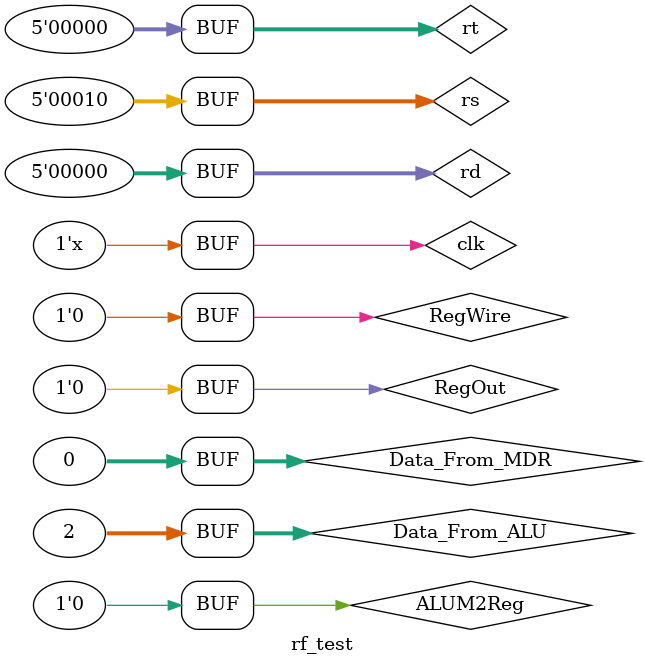
<source format=v>
`timescale 1ns / 1ps


module rf_test;

	// Inputs
	reg clk;
	reg RegWire;
	reg RegOut;
	reg [4:0] rs;
	reg [4:0] rt;
	reg [4:0] rd;
	reg ALUM2Reg;
	reg [31:0] Data_From_ALU;
	reg [31:0] Data_From_MDR;

	// Outputs
	wire [31:0] ReadData1;
	wire [31:0] ReadData2;

	// Instantiate the Unit Under Test (UUT)
	RegisterFile uut (
		.clk(clk), 
		.RegWire(RegWire), 
		.RegOut(RegOut), 
		.rs(rs), 
		.rt(rt), 
		.rd(rd), 
		.ALUM2Reg(ALUM2Reg), 
		.Data_From_ALU(Data_From_ALU), 
		.Data_From_MDR(Data_From_MDR), 
		.ReadData1(ReadData1), 
		.ReadData2(ReadData2)
	);

	initial begin
		// Initialize Inputs
		clk = 0;
		RegWire = 0;
		RegOut = 0;
		rs = 5'b00001;
		rt = 5'b00000;
		rd = 5'b00000;
		ALUM2Reg = 0;
		Data_From_ALU = 1;
		Data_From_MDR = 0;
		#100;
      RegWire = 0;
		RegOut = 0;
		rs = 5'b00010;
		rt = 5'b00000;
		rd = 5'b00000;
		ALUM2Reg = 0;
		Data_From_ALU = 2;
		Data_From_MDR = 0;
		#100;	
		// Add stimulus here

	end
      always #10 clk = ~clk;
endmodule


</source>
